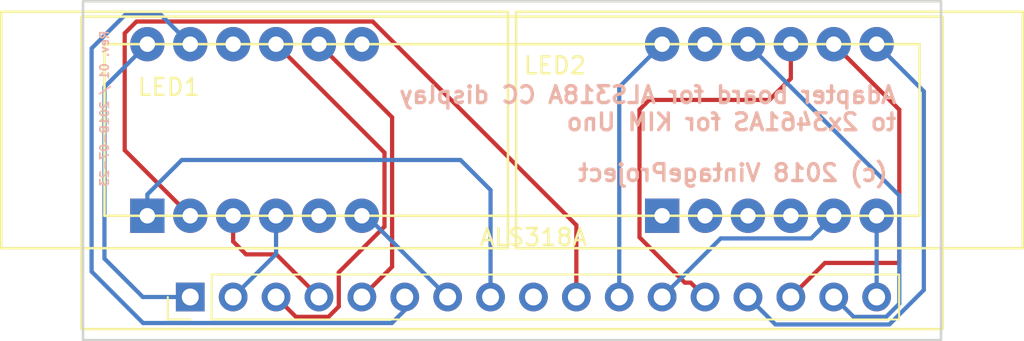
<source format=kicad_pcb>
(kicad_pcb (version 20171130) (host pcbnew "(5.0.0)")

  (general
    (thickness 1.6)
    (drawings 7)
    (tracks 78)
    (zones 0)
    (modules 3)
    (nets 26)
  )

  (page A4)
  (title_block
    (title "ALS318A to 2x 2364AS adapter board for KIM Uno")
    (date 2018-07-23)
    (rev 00)
    (company VintageProject)
  )

  (layers
    (0 F.Cu signal)
    (31 B.Cu signal)
    (32 B.Adhes user)
    (33 F.Adhes user)
    (34 B.Paste user)
    (35 F.Paste user)
    (36 B.SilkS user)
    (37 F.SilkS user)
    (38 B.Mask user)
    (39 F.Mask user)
    (40 Dwgs.User user)
    (41 Cmts.User user)
    (42 Eco1.User user)
    (43 Eco2.User user)
    (44 Edge.Cuts user)
    (45 Margin user)
    (46 B.CrtYd user)
    (47 F.CrtYd user)
    (48 B.Fab user)
    (49 F.Fab user)
  )

  (setup
    (last_trace_width 0.25)
    (trace_clearance 0.2)
    (zone_clearance 0.508)
    (zone_45_only no)
    (trace_min 0.2)
    (segment_width 0.2)
    (edge_width 0.15)
    (via_size 0.6)
    (via_drill 0.4)
    (via_min_size 0.4)
    (via_min_drill 0.3)
    (uvia_size 0.3)
    (uvia_drill 0.1)
    (uvias_allowed no)
    (uvia_min_size 0.2)
    (uvia_min_drill 0.1)
    (pcb_text_width 0.3)
    (pcb_text_size 1.5 1.5)
    (mod_edge_width 0.15)
    (mod_text_size 1 1)
    (mod_text_width 0.15)
    (pad_size 1.524 1.524)
    (pad_drill 0.762)
    (pad_to_mask_clearance 0.2)
    (aux_axis_origin 0 0)
    (visible_elements 7FFFFFFF)
    (pcbplotparams
      (layerselection 0x010f0_ffffffff)
      (usegerberextensions false)
      (usegerberattributes false)
      (usegerberadvancedattributes false)
      (creategerberjobfile false)
      (excludeedgelayer true)
      (linewidth 0.100000)
      (plotframeref false)
      (viasonmask false)
      (mode 1)
      (useauxorigin false)
      (hpglpennumber 1)
      (hpglpenspeed 20)
      (hpglpendiameter 15.000000)
      (psnegative false)
      (psa4output false)
      (plotreference true)
      (plotvalue true)
      (plotinvisibletext false)
      (padsonsilk false)
      (subtractmaskfromsilk false)
      (outputformat 1)
      (mirror false)
      (drillshape 0)
      (scaleselection 1)
      (outputdirectory "Gerber_rev01/"))
  )

  (net 0 "")
  (net 1 /CC1)
  (net 2 /CC2)
  (net 3 /CC3)
  (net 4 /CC4)
  (net 5 /CC5)
  (net 6 /CC6)
  (net 7 /CC7)
  (net 8 /CC8)
  (net 9 /CC9)
  (net 10 /Seg_1c)
  (net 11 /Seg_1h)
  (net 12 /Seg_1a)
  (net 13 /Seg_1e)
  (net 14 /Seg_2d)
  (net 15 /Seg_2g)
  (net 16 /Seg_2b)
  (net 17 /Seg_2f)
  (net 18 /Seg_1d)
  (net 19 /Seg_1g)
  (net 20 /Seg_1b)
  (net 21 /Seg_1f)
  (net 22 /Seg_2e)
  (net 23 /Seg_2h)
  (net 24 /Seg_2c)
  (net 25 /Seg_2a)

  (net_class Default "This is the default net class."
    (clearance 0.2)
    (trace_width 0.25)
    (via_dia 0.6)
    (via_drill 0.4)
    (uvia_dia 0.3)
    (uvia_drill 0.1)
    (add_net /CC1)
    (add_net /CC2)
    (add_net /CC3)
    (add_net /CC4)
    (add_net /CC5)
    (add_net /CC6)
    (add_net /CC7)
    (add_net /CC8)
    (add_net /CC9)
    (add_net /Seg_1a)
    (add_net /Seg_1b)
    (add_net /Seg_1c)
    (add_net /Seg_1d)
    (add_net /Seg_1e)
    (add_net /Seg_1f)
    (add_net /Seg_1g)
    (add_net /Seg_1h)
    (add_net /Seg_2a)
    (add_net /Seg_2b)
    (add_net /Seg_2c)
    (add_net /Seg_2d)
    (add_net /Seg_2e)
    (add_net /Seg_2f)
    (add_net /Seg_2g)
    (add_net /Seg_2h)
  )

  (module Thilo_Lib:ALS318A_BubbleLED (layer F.Cu) (tedit 5B560FEF) (tstamp 5B55AD56)
    (at 101.6 69.85)
    (descr "Through hole straight pin header, 1x17, 2.54mm pitch, single row")
    (tags "Through hole pin header THT 1x17 2.54mm single row")
    (path /5B558978)
    (fp_text reference " " (at -3.81 3.81) (layer F.SilkS)
      (effects (font (size 1 1) (thickness 0.15)))
    )
    (fp_text value ALS318A (at 1.27 3.81) (layer F.SilkS)
      (effects (font (size 1 1) (thickness 0.15)))
    )
    (fp_line (start -24.13 -7.62) (end 24.13 -7.62) (layer F.SilkS) (width 0.15))
    (fp_line (start 24.13 -7.62) (end 24.13 2.54) (layer F.SilkS) (width 0.15))
    (fp_line (start 24.13 2.54) (end -24.13 2.54) (layer F.SilkS) (width 0.15))
    (fp_line (start -24.13 2.54) (end -24.13 -7.62) (layer F.SilkS) (width 0.15))
    (fp_line (start -25.5 -9.25) (end -25.5 9.25) (layer F.SilkS) (width 0.15))
    (fp_line (start 25.5 -9.25) (end 25.5 9.25) (layer F.SilkS) (width 0.15))
    (fp_line (start -25.5 -9.25) (end 25.5 -9.25) (layer F.SilkS) (width 0.15))
    (fp_line (start -25.5 9.25) (end 25.5 9.25) (layer F.SilkS) (width 0.15))
    (fp_line (start -20.32 7.985) (end -20.32 6.08) (layer F.Fab) (width 0.1))
    (fp_line (start -20.32 6.08) (end 22.86 6.08) (layer F.Fab) (width 0.1))
    (fp_line (start 22.86 6.08) (end 22.86 8.62) (layer F.Fab) (width 0.1))
    (fp_line (start 22.86 8.62) (end -19.685 8.62) (layer F.Fab) (width 0.1))
    (fp_line (start -19.685 8.62) (end -20.32 7.985) (layer F.Fab) (width 0.1))
    (fp_line (start 22.92 8.68) (end 22.92 6.02) (layer F.SilkS) (width 0.12))
    (fp_line (start -17.78 8.68) (end 22.92 8.68) (layer F.SilkS) (width 0.12))
    (fp_line (start -17.78 6.02) (end 22.92 6.02) (layer F.SilkS) (width 0.12))
    (fp_line (start -17.78 8.68) (end -17.78 6.02) (layer F.SilkS) (width 0.12))
    (fp_line (start -19.05 8.68) (end -20.38 8.68) (layer F.SilkS) (width 0.12))
    (fp_line (start -20.38 8.68) (end -20.38 7.35) (layer F.SilkS) (width 0.12))
    (fp_line (start -20.85 9.15) (end 23.4 9.15) (layer F.CrtYd) (width 0.05))
    (fp_line (start 23.4 9.15) (end 23.4 5.55) (layer F.CrtYd) (width 0.05))
    (fp_line (start 23.4 5.55) (end -20.85 5.55) (layer F.CrtYd) (width 0.05))
    (fp_line (start -20.85 5.55) (end -20.85 9.15) (layer F.CrtYd) (width 0.05))
    (pad 1 thru_hole rect (at -19.05 7.35 90) (size 1.7 1.7) (drill 1) (layers *.Cu *.Mask)
      (net 1 /CC1))
    (pad 2 thru_hole oval (at -16.51 7.35 90) (size 1.7 1.7) (drill 1) (layers *.Cu *.Mask)
      (net 10 /Seg_1c))
    (pad 3 thru_hole oval (at -13.97 7.35 90) (size 1.7 1.7) (drill 1) (layers *.Cu *.Mask)
      (net 2 /CC2))
    (pad 4 thru_hole oval (at -11.43 7.35 90) (size 1.7 1.7) (drill 1) (layers *.Cu *.Mask)
      (net 11 /Seg_1h))
    (pad 5 thru_hole oval (at -8.89 7.35 90) (size 1.7 1.7) (drill 1) (layers *.Cu *.Mask)
      (net 3 /CC3))
    (pad 6 thru_hole oval (at -6.35 7.35 90) (size 1.7 1.7) (drill 1) (layers *.Cu *.Mask)
      (net 12 /Seg_1a))
    (pad 7 thru_hole oval (at -3.81 7.35 90) (size 1.7 1.7) (drill 1) (layers *.Cu *.Mask)
      (net 4 /CC4))
    (pad 8 thru_hole oval (at -1.27 7.35 90) (size 1.7 1.7) (drill 1) (layers *.Cu *.Mask)
      (net 13 /Seg_1e))
    (pad 9 thru_hole oval (at 1.27 7.35 90) (size 1.7 1.7) (drill 1) (layers *.Cu *.Mask)
      (net 5 /CC5))
    (pad 10 thru_hole oval (at 3.81 7.35 90) (size 1.7 1.7) (drill 1) (layers *.Cu *.Mask)
      (net 18 /Seg_1d))
    (pad 11 thru_hole oval (at 6.35 7.35 90) (size 1.7 1.7) (drill 1) (layers *.Cu *.Mask)
      (net 6 /CC6))
    (pad 12 thru_hole oval (at 8.89 7.35 90) (size 1.7 1.7) (drill 1) (layers *.Cu *.Mask)
      (net 15 /Seg_2g))
    (pad 13 thru_hole oval (at 11.43 7.35 90) (size 1.7 1.7) (drill 1) (layers *.Cu *.Mask)
      (net 7 /CC7))
    (pad 14 thru_hole oval (at 13.97 7.35 90) (size 1.7 1.7) (drill 1) (layers *.Cu *.Mask)
      (net 16 /Seg_2b))
    (pad 15 thru_hole oval (at 16.51 7.35 90) (size 1.7 1.7) (drill 1) (layers *.Cu *.Mask)
      (net 8 /CC8))
    (pad 16 thru_hole oval (at 19.05 7.35 90) (size 1.7 1.7) (drill 1) (layers *.Cu *.Mask)
      (net 17 /Seg_2f))
    (pad 17 thru_hole oval (at 21.59 7.35 90) (size 1.7 1.7) (drill 1) (layers *.Cu *.Mask)
      (net 9 /CC9))
    (model ${KISYS3DMOD}/Pin_Headers.3dshapes/Pin_Header_Straight_1x17_Pitch2.54mm.wrl
      (at (xyz 0 0 0))
      (scale (xyz 1 1 1))
      (rotate (xyz 0 0 0))
    )
  )

  (module Thilo_Lib:3461AS-BS_4x7SEG-DIGIT_9mm (layer F.Cu) (tedit 5B55DAAB) (tstamp 5B55AD82)
    (at 116.84 67.31)
    (descr "LED Display 4x7 segments")
    (tags 3461AS)
    (path /5B557602)
    (fp_text reference LED2 (at -12.7 -3.81) (layer F.SilkS)
      (effects (font (size 1 1) (thickness 0.15)))
    )
    (fp_text value CC56-12 (at 0 8.89) (layer F.Fab)
      (effects (font (size 1 1) (thickness 0.15)))
    )
    (fp_line (start 0 -7) (end 15 -7) (layer F.SilkS) (width 0.15))
    (fp_line (start 15 -7) (end 15 7) (layer F.SilkS) (width 0.15))
    (fp_line (start 15 7) (end 0 7) (layer F.SilkS) (width 0.15))
    (fp_line (start -15 -7) (end -15 7) (layer F.SilkS) (width 0.15))
    (fp_line (start -15 7) (end 0 7) (layer F.SilkS) (width 0.15))
    (fp_line (start 0 -7) (end -15 -7) (layer F.SilkS) (width 0.15))
    (pad 1 thru_hole rect (at -6.35 5.08) (size 2.032 2.032) (drill 0.9144) (layers *.Cu *.Mask)
      (net 22 /Seg_2e))
    (pad 2 thru_hole circle (at -3.81 5.08) (size 2.032 2.032) (drill 0.9144) (layers *.Cu *.Mask)
      (net 14 /Seg_2d))
    (pad 3 thru_hole circle (at -1.27 5.08) (size 2.032 2.032) (drill 0.9144) (layers *.Cu *.Mask)
      (net 23 /Seg_2h))
    (pad 4 thru_hole circle (at 1.27 5.08) (size 2.032 2.032) (drill 0.9144) (layers *.Cu *.Mask)
      (net 24 /Seg_2c))
    (pad 5 thru_hole circle (at 3.81 5.08) (size 2.032 2.032) (drill 0.9144) (layers *.Cu *.Mask)
      (net 15 /Seg_2g))
    (pad 6 thru_hole circle (at 6.35 5.08) (size 2.032 2.032) (drill 0.9144) (layers *.Cu *.Mask)
      (net 9 /CC9))
    (pad 7 thru_hole circle (at 6.35 -5.08) (size 2.032 2.032) (drill 0.9144) (layers *.Cu *.Mask)
      (net 16 /Seg_2b))
    (pad 8 thru_hole circle (at 3.81 -5.08) (size 2.032 2.032) (drill 0.9144) (layers *.Cu *.Mask)
      (net 8 /CC8))
    (pad 12 thru_hole circle (at -6.35 -5.08) (size 2.032 2.032) (drill 0.9144) (layers *.Cu *.Mask)
      (net 6 /CC6))
    (pad 11 thru_hole circle (at -3.81 -5.08) (size 2.032 2.032) (drill 0.9144) (layers *.Cu *.Mask)
      (net 25 /Seg_2a))
    (pad 10 thru_hole circle (at -1.27 -5.08) (size 2.032 2.032) (drill 0.9144) (layers *.Cu *.Mask)
      (net 17 /Seg_2f))
    (pad 9 thru_hole circle (at 1.27 -5.08) (size 2.032 2.032) (drill 0.9144) (layers *.Cu *.Mask)
      (net 7 /CC7))
  )

  (module Thilo_Lib:3461AS-BS_4x7SEG-DIGIT_9mm (layer F.Cu) (tedit 5B55DAA1) (tstamp 5B55AD6C)
    (at 86.36 67.31)
    (descr "LED Display 4x7 segments")
    (tags 3461AS)
    (path /5B557584)
    (fp_text reference LED1 (at -5.08 -2.54) (layer F.SilkS)
      (effects (font (size 1 1) (thickness 0.15)))
    )
    (fp_text value CC56-12 (at 0 8.89) (layer F.Fab)
      (effects (font (size 1 1) (thickness 0.15)))
    )
    (fp_line (start 0 -7) (end 15 -7) (layer F.SilkS) (width 0.15))
    (fp_line (start 15 -7) (end 15 7) (layer F.SilkS) (width 0.15))
    (fp_line (start 15 7) (end 0 7) (layer F.SilkS) (width 0.15))
    (fp_line (start -15 -7) (end -15 7) (layer F.SilkS) (width 0.15))
    (fp_line (start -15 7) (end 0 7) (layer F.SilkS) (width 0.15))
    (fp_line (start 0 -7) (end -15 -7) (layer F.SilkS) (width 0.15))
    (pad 1 thru_hole rect (at -6.35 5.08) (size 2.032 2.032) (drill 0.9144) (layers *.Cu *.Mask)
      (net 13 /Seg_1e))
    (pad 2 thru_hole circle (at -3.81 5.08) (size 2.032 2.032) (drill 0.9144) (layers *.Cu *.Mask)
      (net 18 /Seg_1d))
    (pad 3 thru_hole circle (at -1.27 5.08) (size 2.032 2.032) (drill 0.9144) (layers *.Cu *.Mask)
      (net 11 /Seg_1h))
    (pad 4 thru_hole circle (at 1.27 5.08) (size 2.032 2.032) (drill 0.9144) (layers *.Cu *.Mask)
      (net 10 /Seg_1c))
    (pad 5 thru_hole circle (at 3.81 5.08) (size 2.032 2.032) (drill 0.9144) (layers *.Cu *.Mask)
      (net 19 /Seg_1g))
    (pad 6 thru_hole circle (at 6.35 5.08) (size 2.032 2.032) (drill 0.9144) (layers *.Cu *.Mask)
      (net 4 /CC4))
    (pad 7 thru_hole circle (at 6.35 -5.08) (size 2.032 2.032) (drill 0.9144) (layers *.Cu *.Mask)
      (net 20 /Seg_1b))
    (pad 8 thru_hole circle (at 3.81 -5.08) (size 2.032 2.032) (drill 0.9144) (layers *.Cu *.Mask)
      (net 3 /CC3))
    (pad 12 thru_hole circle (at -6.35 -5.08) (size 2.032 2.032) (drill 0.9144) (layers *.Cu *.Mask)
      (net 1 /CC1))
    (pad 11 thru_hole circle (at -3.81 -5.08) (size 2.032 2.032) (drill 0.9144) (layers *.Cu *.Mask)
      (net 12 /Seg_1a))
    (pad 10 thru_hole circle (at -1.27 -5.08) (size 2.032 2.032) (drill 0.9144) (layers *.Cu *.Mask)
      (net 21 /Seg_1f))
    (pad 9 thru_hole circle (at 1.27 -5.08) (size 2.032 2.032) (drill 0.9144) (layers *.Cu *.Mask)
      (net 2 /CC2))
  )

  (gr_line (start 76.2 59.7) (end 76.2 79.756) (layer Edge.Cuts) (width 0.15))
  (gr_line (start 76.2 59.69) (end 127 59.69) (layer Edge.Cuts) (width 0.15))
  (gr_line (start 76.2 79.756) (end 127 79.756) (layer Edge.Cuts) (width 0.15))
  (gr_line (start 127 79.75) (end 127 59.69) (angle 90) (layer Edge.Cuts) (width 0.15) (tstamp 5B55FD0F))
  (gr_text "Rev. 01 / 2018-07-23" (at 77.47 66.04 90) (layer B.SilkS)
    (effects (font (size 0.5 0.5) (thickness 0.1)) (justify mirror))
  )
  (gr_text "Adapter board for ALS318A CC display\nto 2x3461AS for KIM Uno" (at 124.46 66.04) (layer B.SilkS)
    (effects (font (size 1 1) (thickness 0.2)) (justify left mirror))
  )
  (gr_text "(c) 2018 VintageProject" (at 105.41 69.85) (layer B.SilkS)
    (effects (font (size 1 1) (thickness 0.2)) (justify right mirror))
  )

  (segment (start 79.74 77.2) (end 82.55 77.2) (width 0.25) (layer B.Cu) (net 1))
  (segment (start 77.47 74.93) (end 79.74 77.2) (width 0.25) (layer B.Cu) (net 1))
  (segment (start 80.01 62.23) (end 77.47 64.77) (width 0.25) (layer B.Cu) (net 1))
  (segment (start 77.47 64.77) (end 77.47 74.93) (width 0.25) (layer B.Cu) (net 1))
  (segment (start 94.051001 68.651001) (end 88.645999 63.245999) (width 0.25) (layer F.Cu) (net 2))
  (segment (start 88.645999 63.245999) (end 87.63 62.23) (width 0.25) (layer F.Cu) (net 2))
  (segment (start 94.051001 73.033681) (end 94.051001 68.651001) (width 0.25) (layer F.Cu) (net 2))
  (segment (start 91.345001 75.739681) (end 94.051001 73.033681) (width 0.25) (layer F.Cu) (net 2))
  (segment (start 91.345001 77.764001) (end 91.345001 75.739681) (width 0.25) (layer F.Cu) (net 2))
  (segment (start 90.734001 78.375001) (end 91.345001 77.764001) (width 0.25) (layer F.Cu) (net 2))
  (segment (start 88.805001 78.375001) (end 90.734001 78.375001) (width 0.25) (layer F.Cu) (net 2))
  (segment (start 87.63 77.2) (end 88.805001 78.375001) (width 0.25) (layer F.Cu) (net 2))
  (segment (start 91.185999 63.245999) (end 90.17 62.23) (width 0.25) (layer F.Cu) (net 3))
  (segment (start 94.501011 66.561011) (end 91.185999 63.245999) (width 0.25) (layer F.Cu) (net 3))
  (segment (start 94.501011 75.408989) (end 94.501011 66.561011) (width 0.25) (layer F.Cu) (net 3))
  (segment (start 92.71 77.2) (end 94.501011 75.408989) (width 0.25) (layer F.Cu) (net 3))
  (segment (start 92.98 72.39) (end 92.71 72.39) (width 0.25) (layer B.Cu) (net 4))
  (segment (start 97.79 77.2) (end 92.98 72.39) (width 0.25) (layer B.Cu) (net 4))
  (segment (start 107.95 64.77) (end 110.49 62.23) (width 0.25) (layer B.Cu) (net 6))
  (segment (start 107.95 77.2) (end 107.95 64.77) (width 0.25) (layer B.Cu) (net 6))
  (segment (start 118.11 64.262) (end 118.11 62.23) (width 0.25) (layer F.Cu) (net 7))
  (segment (start 116.84 65.532) (end 118.11 64.262) (width 0.25) (layer F.Cu) (net 7))
  (segment (start 112.180001 76.350001) (end 111.832999 76.350001) (width 0.25) (layer F.Cu) (net 7))
  (segment (start 113.03 77.2) (end 112.180001 76.350001) (width 0.25) (layer F.Cu) (net 7))
  (segment (start 111.832999 76.350001) (end 109.148999 73.666001) (width 0.25) (layer F.Cu) (net 7))
  (segment (start 109.148999 73.666001) (end 109.148999 66.111001) (width 0.25) (layer F.Cu) (net 7))
  (segment (start 109.148999 66.111001) (end 109.728 65.532) (width 0.25) (layer F.Cu) (net 7))
  (segment (start 109.728 65.532) (end 116.84 65.532) (width 0.25) (layer F.Cu) (net 7))
  (segment (start 118.11 77.2) (end 120.126 75.184) (width 0.25) (layer F.Cu) (net 8))
  (segment (start 120.126 75.184) (end 124.46 75.184) (width 0.25) (layer F.Cu) (net 8))
  (segment (start 121.665999 63.245999) (end 120.65 62.23) (width 0.25) (layer F.Cu) (net 8))
  (segment (start 124.531001 66.111001) (end 121.665999 63.245999) (width 0.25) (layer F.Cu) (net 8))
  (segment (start 124.531001 75.112999) (end 124.531001 66.111001) (width 0.25) (layer F.Cu) (net 8))
  (segment (start 124.46 75.184) (end 124.531001 75.112999) (width 0.25) (layer F.Cu) (net 8))
  (segment (start 123.19 77.2) (end 123.19 72.39) (width 0.25) (layer B.Cu) (net 9))
  (segment (start 87.63 74.66) (end 87.63 72.39) (width 0.25) (layer B.Cu) (net 10))
  (segment (start 85.09 77.2) (end 87.63 74.66) (width 0.25) (layer B.Cu) (net 10))
  (segment (start 85.09 73.914) (end 85.09 72.39) (width 0.25) (layer F.Cu) (net 11))
  (segment (start 85.852 74.676) (end 85.09 73.914) (width 0.25) (layer F.Cu) (net 11))
  (segment (start 90.17 77.2) (end 87.646 74.676) (width 0.25) (layer F.Cu) (net 11))
  (segment (start 87.646 74.676) (end 85.852 74.676) (width 0.25) (layer F.Cu) (net 11))
  (segment (start 95.25 77.978) (end 95.25 77.2) (width 0.25) (layer B.Cu) (net 12))
  (segment (start 94.488 78.74) (end 95.25 77.978) (width 0.25) (layer B.Cu) (net 12))
  (segment (start 80.772 60.452) (end 78.74 60.452) (width 0.25) (layer B.Cu) (net 12))
  (segment (start 82.55 62.23) (end 80.772 60.452) (width 0.25) (layer B.Cu) (net 12))
  (segment (start 78.74 60.452) (end 76.708 62.484) (width 0.25) (layer B.Cu) (net 12))
  (segment (start 76.708 62.484) (end 76.708 75.692) (width 0.25) (layer B.Cu) (net 12))
  (segment (start 76.708 75.692) (end 79.756 78.74) (width 0.25) (layer B.Cu) (net 12))
  (segment (start 79.756 78.74) (end 94.488 78.74) (width 0.25) (layer B.Cu) (net 12))
  (segment (start 80.01 71.124) (end 82.046 69.088) (width 0.25) (layer B.Cu) (net 13))
  (segment (start 80.01 72.39) (end 80.01 71.124) (width 0.25) (layer B.Cu) (net 13))
  (segment (start 82.046 69.088) (end 98.552 69.088) (width 0.25) (layer B.Cu) (net 13))
  (segment (start 100.33 70.866) (end 100.33 77.2) (width 0.25) (layer B.Cu) (net 13))
  (segment (start 98.552 69.088) (end 100.33 70.866) (width 0.25) (layer B.Cu) (net 13))
  (segment (start 119.634001 73.405999) (end 120.65 72.39) (width 0.25) (layer B.Cu) (net 15))
  (segment (start 119.308999 73.731001) (end 119.634001 73.405999) (width 0.25) (layer B.Cu) (net 15))
  (segment (start 113.958999 73.731001) (end 119.308999 73.731001) (width 0.25) (layer B.Cu) (net 15))
  (segment (start 110.49 77.2) (end 113.958999 73.731001) (width 0.25) (layer B.Cu) (net 15))
  (segment (start 116.419999 78.049999) (end 115.57 77.2) (width 0.25) (layer B.Cu) (net 16))
  (via (at 115.57 77.2) (size 0.6) (drill 0.4) (layers F.Cu B.Cu) (net 16))
  (segment (start 123.19 62.23) (end 125.984 65.024) (width 0.25) (layer B.Cu) (net 16))
  (segment (start 125.984 65.024) (end 125.984 76.781412) (width 0.25) (layer B.Cu) (net 16))
  (segment (start 123.940401 78.825011) (end 117.195011 78.825011) (width 0.25) (layer B.Cu) (net 16))
  (segment (start 125.984 76.781412) (end 123.940401 78.825011) (width 0.25) (layer B.Cu) (net 16))
  (segment (start 117.195011 78.825011) (end 116.419999 78.049999) (width 0.25) (layer B.Cu) (net 16))
  (segment (start 116.585999 63.245999) (end 115.57 62.23) (width 0.25) (layer B.Cu) (net 17))
  (segment (start 124.531001 71.191001) (end 116.585999 63.245999) (width 0.25) (layer B.Cu) (net 17))
  (segment (start 124.531001 77.598001) (end 124.531001 71.191001) (width 0.25) (layer B.Cu) (net 17))
  (segment (start 123.754001 78.375001) (end 124.531001 77.598001) (width 0.25) (layer B.Cu) (net 17))
  (segment (start 121.825001 78.375001) (end 123.754001 78.375001) (width 0.25) (layer B.Cu) (net 17))
  (segment (start 120.65 77.2) (end 121.825001 78.375001) (width 0.25) (layer B.Cu) (net 17))
  (segment (start 105.41 75.997919) (end 105.41 77.2) (width 0.25) (layer F.Cu) (net 18))
  (segment (start 105.41 72.945318) (end 105.41 75.997919) (width 0.25) (layer F.Cu) (net 18))
  (segment (start 93.353681 60.888999) (end 105.41 72.945318) (width 0.25) (layer F.Cu) (net 18))
  (segment (start 79.366319 60.888999) (end 93.353681 60.888999) (width 0.25) (layer F.Cu) (net 18))
  (segment (start 78.668999 61.586319) (end 79.366319 60.888999) (width 0.25) (layer F.Cu) (net 18))
  (segment (start 78.668999 68.508999) (end 78.668999 61.586319) (width 0.25) (layer F.Cu) (net 18))
  (segment (start 82.55 72.39) (end 78.668999 68.508999) (width 0.25) (layer F.Cu) (net 18))

)

</source>
